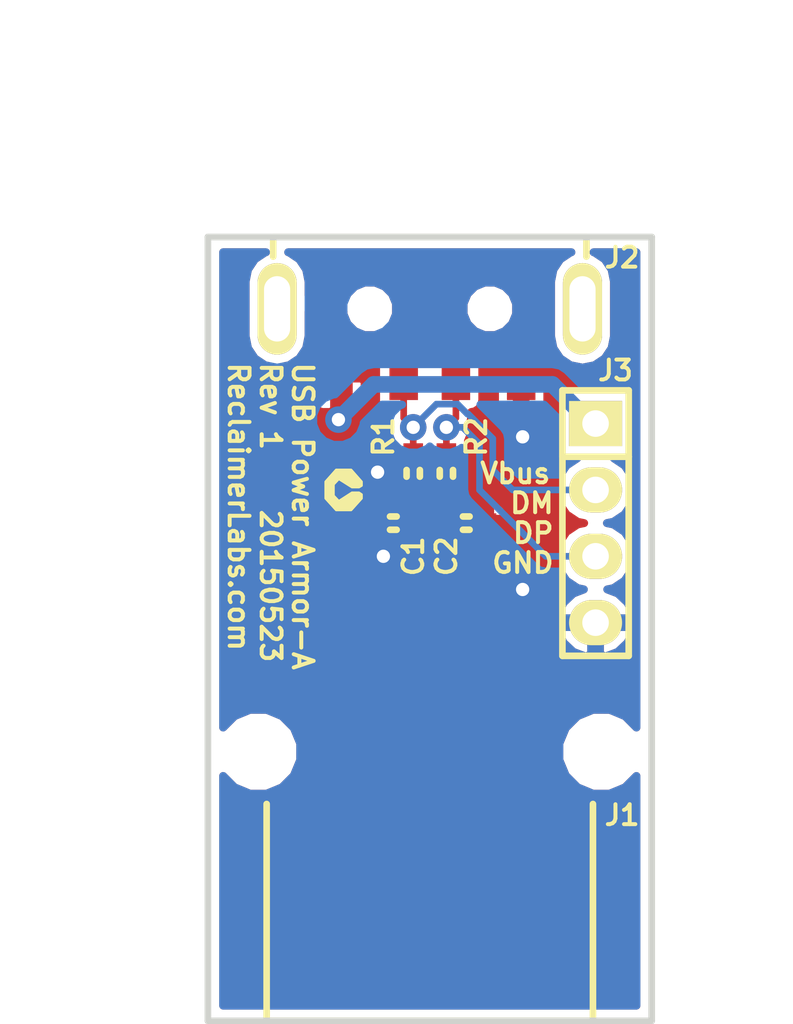
<source format=kicad_pcb>
(kicad_pcb (version 4) (host pcbnew "(after 2015-may-01 BZR unknown)-product")

  (general
    (links 14)
    (no_connects 0)
    (area 83.912999 79.792999 101.167001 110.047001)
    (thickness 1.6)
    (drawings 13)
    (tracks 51)
    (zones 0)
    (modules 8)
    (nets 7)
  )

  (page A4)
  (layers
    (0 F.Cu signal)
    (31 B.Cu signal)
    (32 B.Adhes user)
    (33 F.Adhes user)
    (34 B.Paste user)
    (35 F.Paste user)
    (36 B.SilkS user)
    (37 F.SilkS user)
    (38 B.Mask user)
    (39 F.Mask user)
    (40 Dwgs.User user)
    (41 Cmts.User user)
    (42 Eco1.User user)
    (43 Eco2.User user)
    (44 Edge.Cuts user)
    (45 Margin user)
    (46 B.CrtYd user)
    (47 F.CrtYd user)
    (48 B.Fab user)
    (49 F.Fab user)
  )

  (setup
    (last_trace_width 0.254)
    (trace_clearance 0.254)
    (zone_clearance 0.3048)
    (zone_45_only no)
    (trace_min 0.254)
    (segment_width 0.254)
    (edge_width 0.254)
    (via_size 1.016)
    (via_drill 0.508)
    (via_min_size 0.889)
    (via_min_drill 0.508)
    (uvia_size 0.3)
    (uvia_drill 0.1)
    (uvias_allowed no)
    (uvia_min_size 0.2)
    (uvia_min_drill 0.1)
    (pcb_text_width 0.254)
    (pcb_text_size 1.27 1.27)
    (mod_edge_width 0.254)
    (mod_text_size 0.762 0.762)
    (mod_text_width 0.1524)
    (pad_size 1.5 3.5)
    (pad_drill 1)
    (pad_to_mask_clearance 0.1524)
    (pad_to_paste_clearance -0.15)
    (aux_axis_origin 0 0)
    (visible_elements 7FFEF7FF)
    (pcbplotparams
      (layerselection 0x011f8_80000001)
      (usegerberextensions true)
      (gerberprecision 5)
      (excludeedgelayer true)
      (linewidth 0.254000)
      (plotframeref false)
      (viasonmask false)
      (mode 1)
      (useauxorigin false)
      (hpglpennumber 1)
      (hpglpenspeed 20)
      (hpglpendiameter 15)
      (hpglpenoverlay 2)
      (psnegative false)
      (psa4output false)
      (plotreference true)
      (plotvalue false)
      (plotinvisibletext false)
      (padsonsilk false)
      (subtractmaskfromsilk true)
      (outputformat 1)
      (mirror false)
      (drillshape 0)
      (scaleselection 1)
      (outputdirectory gerber/))
  )

  (net 0 "")
  (net 1 /D-)
  (net 2 /GND)
  (net 3 /D+)
  (net 4 /Vbus)
  (net 5 "Net-(J2-Pad2)")
  (net 6 "Net-(J2-Pad3)")

  (net_class Default "This is the default net class."
    (clearance 0.254)
    (trace_width 0.254)
    (via_dia 1.016)
    (via_drill 0.508)
    (uvia_dia 0.3)
    (uvia_drill 0.1)
    (add_net /D+)
    (add_net /D-)
    (add_net /GND)
    (add_net /Vbus)
    (add_net "Net-(J2-Pad2)")
    (add_net "Net-(J2-Pad3)")
  )

  (module Jason_Libraries:0603_np (layer F.Cu) (tedit 55602C39) (tstamp 55601CFD)
    (at 91.143 90.87 180)
    (descr "Capacitor SMD 0603, reflow soldering, AVX (see smccp.pdf)")
    (tags "capacitor 0603")
    (path /55602330)
    (attr smd)
    (fp_text reference C1 (at -0.762 -1.27 270) (layer F.SilkS)
      (effects (font (size 0.762 0.762) (thickness 0.1524)))
    )
    (fp_text value 1uF (at 0 1.9 180) (layer F.Fab)
      (effects (font (size 1 1) (thickness 0.15)))
    )
    (fp_line (start -0.127 0.254) (end 0.127 0.254) (layer F.SilkS) (width 0.254))
    (fp_line (start -0.127 -0.254) (end 0.127 -0.254) (layer F.SilkS) (width 0.254))
    (pad 1 smd rect (at -0.75 0 180) (size 0.8 0.75) (layers F.Cu F.Paste F.Mask)
      (net 1 /D-))
    (pad 2 smd rect (at 0.75 0 180) (size 0.8 0.75) (layers F.Cu F.Paste F.Mask)
      (net 2 /GND))
    (model Capacitors_SMD.3dshapes/C_0603.wrl
      (at (xyz 0 0 0))
      (scale (xyz 1 1 1))
      (rotate (xyz 0 0 0))
    )
  )

  (module Jason_Libraries:0603_np (layer F.Cu) (tedit 55602BFE) (tstamp 55601D03)
    (at 93.937 90.87)
    (descr "Capacitor SMD 0603, reflow soldering, AVX (see smccp.pdf)")
    (tags "capacitor 0603")
    (path /556023E2)
    (attr smd)
    (fp_text reference C2 (at -0.762 1.27 90) (layer F.SilkS)
      (effects (font (size 0.762 0.762) (thickness 0.1524)))
    )
    (fp_text value 1uF (at 0 1.9) (layer F.Fab)
      (effects (font (size 1 1) (thickness 0.15)))
    )
    (fp_line (start -0.127 0.254) (end 0.127 0.254) (layer F.SilkS) (width 0.254))
    (fp_line (start -0.127 -0.254) (end 0.127 -0.254) (layer F.SilkS) (width 0.254))
    (pad 1 smd rect (at -0.75 0) (size 0.8 0.75) (layers F.Cu F.Paste F.Mask)
      (net 3 /D+))
    (pad 2 smd rect (at 0.75 0) (size 0.8 0.75) (layers F.Cu F.Paste F.Mask)
      (net 2 /GND))
    (model Capacitors_SMD.3dshapes/C_0603.wrl
      (at (xyz 0 0 0))
      (scale (xyz 1 1 1))
      (rotate (xyz 0 0 0))
    )
  )

  (module Jason_Libraries:Pin_Header_Straight_1x04 (layer F.Cu) (tedit 5560264E) (tstamp 55601D0B)
    (at 98.89 87.06)
    (descr "Through hole pin header")
    (tags "pin header")
    (path /55602A26)
    (fp_text reference J3 (at 0.762 -2.032) (layer F.SilkS)
      (effects (font (size 0.762 0.762) (thickness 0.1524)))
    )
    (fp_text value CONN_01X04 (at 0 -3.1) (layer F.Fab)
      (effects (font (size 1 1) (thickness 0.15)))
    )
    (fp_line (start -1.27 -1.27) (end 1.27 -1.27) (layer F.SilkS) (width 0.254))
    (fp_line (start 1.27 -1.27) (end 1.27 1.27) (layer F.SilkS) (width 0.254))
    (fp_line (start 1.27 1.27) (end -1.27 1.27) (layer F.SilkS) (width 0.254))
    (fp_line (start -1.27 1.27) (end -1.27 -1.27) (layer F.SilkS) (width 0.254))
    (fp_line (start -1.27 -1.27) (end -1.27 1.27) (layer F.SilkS) (width 0.254))
    (fp_line (start -1.27 1.27) (end -1.27 8.89) (layer F.SilkS) (width 0.254))
    (fp_line (start -1.27 8.89) (end 1.27 8.89) (layer F.SilkS) (width 0.254))
    (fp_line (start 1.27 8.89) (end 1.27 1.27) (layer F.SilkS) (width 0.254))
    (pad 1 thru_hole rect (at 0 0) (size 2.032 1.7272) (drill 1.016) (layers *.Cu *.Mask F.SilkS)
      (net 4 /Vbus))
    (pad 2 thru_hole oval (at 0 2.54) (size 2.032 1.7272) (drill 1.016) (layers *.Cu *.Mask F.SilkS)
      (net 5 "Net-(J2-Pad2)"))
    (pad 3 thru_hole oval (at 0 5.08) (size 2.032 1.7272) (drill 1.016) (layers *.Cu *.Mask F.SilkS)
      (net 6 "Net-(J2-Pad3)"))
    (pad 4 thru_hole oval (at 0 7.62) (size 2.032 1.7272) (drill 1.016) (layers *.Cu *.Mask F.SilkS)
      (net 2 /GND))
    (model Pin_Headers.3dshapes/Pin_Header_Straight_1x04.wrl
      (at (xyz 0 -0.15 0))
      (scale (xyz 1 1 1))
      (rotate (xyz 0 0 90))
    )
  )

  (module Jason_Libraries:0603_np (layer F.Cu) (tedit 5560263C) (tstamp 55601D11)
    (at 91.905 88.965 270)
    (descr "Capacitor SMD 0603, reflow soldering, AVX (see smccp.pdf)")
    (tags "capacitor 0603")
    (path /55602401)
    (attr smd)
    (fp_text reference R1 (at -1.397 1.143 270) (layer F.SilkS)
      (effects (font (size 0.762 0.762) (thickness 0.1524)))
    )
    (fp_text value 0R (at 0 1.9 270) (layer F.Fab)
      (effects (font (size 1 1) (thickness 0.15)))
    )
    (fp_line (start -0.127 0.254) (end 0.127 0.254) (layer F.SilkS) (width 0.254))
    (fp_line (start -0.127 -0.254) (end 0.127 -0.254) (layer F.SilkS) (width 0.254))
    (pad 1 smd rect (at -0.75 0 270) (size 0.8 0.75) (layers F.Cu F.Paste F.Mask)
      (net 5 "Net-(J2-Pad2)"))
    (pad 2 smd rect (at 0.75 0 270) (size 0.8 0.75) (layers F.Cu F.Paste F.Mask)
      (net 1 /D-))
    (model Capacitors_SMD.3dshapes/C_0603.wrl
      (at (xyz 0 0 0))
      (scale (xyz 1 1 1))
      (rotate (xyz 0 0 0))
    )
  )

  (module Jason_Libraries:0603_np (layer F.Cu) (tedit 55602BF0) (tstamp 55601D17)
    (at 93.175 88.965 270)
    (descr "Capacitor SMD 0603, reflow soldering, AVX (see smccp.pdf)")
    (tags "capacitor 0603")
    (path /5560243F)
    (attr smd)
    (fp_text reference R2 (at -1.397 -1.143 270) (layer F.SilkS)
      (effects (font (size 0.762 0.762) (thickness 0.1524)))
    )
    (fp_text value 0R (at 0 1.9 270) (layer F.Fab)
      (effects (font (size 1 1) (thickness 0.15)))
    )
    (fp_line (start -0.127 0.254) (end 0.127 0.254) (layer F.SilkS) (width 0.254))
    (fp_line (start -0.127 -0.254) (end 0.127 -0.254) (layer F.SilkS) (width 0.254))
    (pad 1 smd rect (at -0.75 0 270) (size 0.8 0.75) (layers F.Cu F.Paste F.Mask)
      (net 6 "Net-(J2-Pad3)"))
    (pad 2 smd rect (at 0.75 0 270) (size 0.8 0.75) (layers F.Cu F.Paste F.Mask)
      (net 3 /D+))
    (model Capacitors_SMD.3dshapes/C_0603.wrl
      (at (xyz 0 0 0))
      (scale (xyz 1 1 1))
      (rotate (xyz 0 0 0))
    )
  )

  (module Jason_Libraries:USB_A_Female_SMD (layer F.Cu) (tedit 5560264A) (tstamp 55601DD1)
    (at 92.54 99.62 180)
    (path /55602176)
    (fp_text reference J1 (at -7.366 -2.426 180) (layer F.SilkS)
      (effects (font (size 0.762 0.762) (thickness 0.1524)))
    )
    (fp_text value USB_A (at 0 6.75 180) (layer F.Fab)
      (effects (font (size 1.016 1.016) (thickness 0.254)))
    )
    (fp_line (start -6.25 -10.3) (end -6.25 -2) (layer F.SilkS) (width 0.254))
    (fp_line (start 6.25 -10.3) (end 6.25 -2) (layer F.SilkS) (width 0.254))
    (fp_line (start -6.25 -10.3) (end 6.25 -10.3) (layer F.SilkS) (width 0.254))
    (pad 4 smd rect (at -3.5 3.9 180) (size 1 2.8) (layers F.Cu F.Paste F.Mask)
      (net 2 /GND))
    (pad 3 smd rect (at -1 3.9 180) (size 1 2.8) (layers F.Cu F.Paste F.Mask)
      (net 3 /D+))
    (pad 2 smd rect (at 1 3.9 180) (size 1 2.8) (layers F.Cu F.Paste F.Mask)
      (net 1 /D-))
    (pad 1 smd rect (at 3.5 3.9 180) (size 1 2.8) (layers F.Cu F.Paste F.Mask)
      (net 4 /Vbus))
    (pad "" np_thru_hole circle (at 6.57 0 180) (size 2.3 2.3) (drill 2.3) (layers *.Cu *.Mask))
    (pad "" np_thru_hole circle (at -6.57 0 180) (size 2.3 2.3) (drill 2.3) (layers *.Cu *.Mask))
  )

  (module Jason_Libraries:USB_A_Male_SMD (layer F.Cu) (tedit 5560264B) (tstamp 55601DE0)
    (at 92.54 82.67)
    (path /556022B0)
    (fp_text reference J2 (at 7.366 -1.96) (layer F.SilkS)
      (effects (font (size 0.762 0.762) (thickness 0.1524)))
    )
    (fp_text value USB_A (at 0 -6.35) (layer F.Fab)
      (effects (font (size 1.016 1.016) (thickness 0.254)))
    )
    (fp_line (start -6 -2.75) (end -6 -2) (layer F.SilkS) (width 0.254))
    (fp_line (start 6 -2.75) (end 6 -2) (layer F.SilkS) (width 0.254))
    (fp_line (start -6 -2.75) (end 6 -2.75) (layer F.SilkS) (width 0.254))
    (pad 1 smd rect (at -3.5 2.5) (size 1.0922 1.9812) (layers F.Cu F.Paste F.Mask)
      (net 4 /Vbus))
    (pad 2 smd rect (at -1 2.5) (size 1.0922 1.9812) (layers F.Cu F.Paste F.Mask)
      (net 5 "Net-(J2-Pad2)"))
    (pad 3 smd rect (at 1 2.5) (size 1.0922 1.9812) (layers F.Cu F.Paste F.Mask)
      (net 6 "Net-(J2-Pad3)"))
    (pad 4 smd rect (at 3.5 2.5) (size 1.0922 1.9812) (layers F.Cu F.Paste F.Mask)
      (net 2 /GND))
    (pad "" np_thru_hole circle (at 2.3 0) (size 1.1 1.1) (drill 1.1) (layers *.Cu *.Mask))
    (pad "" np_thru_hole circle (at -2.3 0) (size 1.1 1.1) (drill 1.1) (layers *.Cu *.Mask))
    (pad "" thru_hole oval (at -5.85 0) (size 1.5 3.5) (drill oval 1 2.5) (layers *.Cu *.Mask F.SilkS))
    (pad "" thru_hole oval (at 5.85 0) (size 1.5 3.5) (drill oval 1 2.5) (layers *.Cu *.Mask F.SilkS))
  )

  (module Jason_Libraries:Reclaimer_Labs_2mm (layer F.Cu) (tedit 55602B22) (tstamp 55602CE9)
    (at 89.238 89.6 270)
    (fp_text reference " " (at 1.27 -7.874 270) (layer F.SilkS) hide
      (effects (font (thickness 0.3)))
    )
    (fp_text value " " (at 0.75 0 270) (layer F.SilkS) hide
      (effects (font (thickness 0.3)))
    )
    (fp_poly (pts (xy 0.765969 0.28326) (xy 0.54395 0.48453) (xy 0.321931 0.6858) (xy 0.004241 0.6858)
      (xy -0.31345 0.6858) (xy -0.539709 0.484526) (xy -0.765969 0.283252) (xy -0.765969 -0.001456)
      (xy -0.765969 -0.286164) (xy -0.539704 -0.485982) (xy -0.313438 -0.6858) (xy -0.240658 -0.685778)
      (xy -0.167878 -0.685757) (xy -0.138708 -0.636833) (xy -0.109537 -0.587909) (xy -0.109537 -0.454832)
      (xy -0.109537 -0.321755) (xy -0.268687 -0.06884) (xy -0.427837 0.184076) (xy -0.420492 0.191147)
      (xy -0.419131 0.192449) (xy -0.41668 0.194781) (xy -0.413206 0.198082) (xy -0.408771 0.202292)
      (xy -0.40344 0.20735) (xy -0.397277 0.213196) (xy -0.390346 0.219767) (xy -0.382712 0.227003)
      (xy -0.374438 0.234844) (xy -0.365589 0.243229) (xy -0.35623 0.252096) (xy -0.346423 0.261385)
      (xy -0.336234 0.271036) (xy -0.325727 0.280986) (xy -0.314966 0.291176) (xy -0.312428 0.293578)
      (xy -0.21171 0.388938) (xy 0.004366 0.388938) (xy 0.220442 0.388938) (xy 0.315664 0.298648)
      (xy 0.326276 0.288586) (xy 0.336713 0.27869) (xy 0.346902 0.269029) (xy 0.356774 0.25967)
      (xy 0.366255 0.250681) (xy 0.375276 0.242129) (xy 0.383766 0.234081) (xy 0.391652 0.226605)
      (xy 0.398864 0.219768) (xy 0.405331 0.213638) (xy 0.410982 0.208283) (xy 0.415745 0.203769)
      (xy 0.419549 0.200164) (xy 0.422323 0.197536) (xy 0.423637 0.196292) (xy 0.436388 0.184225)
      (xy 0.272963 -0.068769) (xy 0.109538 -0.321763) (xy 0.109538 -0.454817) (xy 0.109538 -0.587871)
      (xy 0.143011 -0.636835) (xy 0.176484 -0.6858) (xy 0.249195 -0.6858) (xy 0.321906 -0.6858)
      (xy 0.543938 -0.485975) (xy 0.765969 -0.286151) (xy 0.765969 -0.001446) (xy 0.765969 0.28326)
      (xy 0.765969 0.28326)) (layer F.SilkS) (width 0.1))
  )

  (dimension 30 (width 0.254) (layer Dwgs.User)
    (gr_text "30.000 mm" (at 81.397 94.92 90) (layer Dwgs.User) (tstamp 55603F72)
      (effects (font (size 1.27 1.27) (thickness 0.254)))
    )
    (feature1 (pts (xy 83.54 79.92) (xy 80.254 79.92)))
    (feature2 (pts (xy 83.54 109.92) (xy 80.254 109.92)))
    (crossbar (pts (xy 82.54 109.92) (xy 82.54 79.92)))
    (arrow1a (pts (xy 82.54 79.92) (xy 83.126421 81.046504)))
    (arrow1b (pts (xy 82.54 79.92) (xy 81.953579 81.046504)))
    (arrow2a (pts (xy 82.54 109.92) (xy 83.126421 108.793496)))
    (arrow2b (pts (xy 82.54 109.92) (xy 81.953579 108.793496)))
  )
  (dimension 17 (width 0.254) (layer Dwgs.User)
    (gr_text "17.000 mm" (at 92.54 74.705636) (layer Dwgs.User) (tstamp 55603D75)
      (effects (font (size 1.27 1.27) (thickness 0.254)))
    )
    (feature1 (pts (xy 101.04 72.562637) (xy 101.04 75.848636)))
    (feature2 (pts (xy 84.04 72.562637) (xy 84.04 75.848636)))
    (crossbar (pts (xy 84.04 73.562636) (xy 101.04 73.562636)))
    (arrow1a (pts (xy 101.04 73.562636) (xy 99.913496 74.149057)))
    (arrow1b (pts (xy 101.04 73.562636) (xy 99.913496 72.976215)))
    (arrow2a (pts (xy 84.04 73.562636) (xy 85.166504 74.149057)))
    (arrow2b (pts (xy 84.04 73.562636) (xy 85.166504 72.976215)))
  )
  (dimension 30 (width 0.254) (layer Dwgs.User)
    (gr_text "1.1811 in" (at 104.183 94.92 270) (layer Dwgs.User) (tstamp 55603D7B)
      (effects (font (size 1.27 1.27) (thickness 0.254)))
    )
    (feature1 (pts (xy 101.54 109.92) (xy 105.326 109.92)))
    (feature2 (pts (xy 101.54 79.92) (xy 105.326 79.92)))
    (crossbar (pts (xy 103.04 79.92) (xy 103.04 109.92)))
    (arrow1a (pts (xy 103.04 109.92) (xy 102.453579 108.793496)))
    (arrow1b (pts (xy 103.04 109.92) (xy 103.626421 108.793496)))
    (arrow2a (pts (xy 103.04 79.92) (xy 102.453579 81.046504)))
    (arrow2b (pts (xy 103.04 79.92) (xy 103.626421 81.046504)))
  )
  (dimension 17 (width 0.254) (layer Dwgs.User)
    (gr_text "0.6693 in" (at 92.54 76.777) (layer Dwgs.User) (tstamp 55603D7D)
      (effects (font (size 1.27 1.27) (thickness 0.254)))
    )
    (feature1 (pts (xy 101.04 79.42) (xy 101.04 75.634)))
    (feature2 (pts (xy 84.04 79.42) (xy 84.04 75.634)))
    (crossbar (pts (xy 84.04 77.92) (xy 101.04 77.92)))
    (arrow1a (pts (xy 101.04 77.92) (xy 99.913496 78.506421)))
    (arrow1b (pts (xy 101.04 77.92) (xy 99.913496 77.333579)))
    (arrow2a (pts (xy 84.04 77.92) (xy 85.166504 78.506421)))
    (arrow2b (pts (xy 84.04 77.92) (xy 85.166504 77.333579)))
  )
  (gr_text "USB Power Armor-A\nRev 1    20150523\nReclaimerLabs.com" (at 86.444 84.647 270) (layer F.SilkS)
    (effects (font (size 0.762 0.762) (thickness 0.1524)) (justify left))
  )
  (gr_text GND (at 97.366 92.394) (layer F.SilkS)
    (effects (font (size 0.762 0.762) (thickness 0.1524)) (justify right))
  )
  (gr_text DP (at 97.366 91.251) (layer F.SilkS)
    (effects (font (size 0.762 0.762) (thickness 0.1524)) (justify right))
  )
  (gr_text DM (at 97.366 90.108) (layer F.SilkS)
    (effects (font (size 0.762 0.762) (thickness 0.1524)) (justify right))
  )
  (gr_text Vbus (at 97.239 88.965) (layer F.SilkS)
    (effects (font (size 0.762 0.762) (thickness 0.1524)) (justify right))
  )
  (gr_line (start 84.04 109.92) (end 101.04 109.92) (layer Edge.Cuts) (width 0.254))
  (gr_line (start 84.04 79.92) (end 84.04 109.92) (layer Edge.Cuts) (width 0.254))
  (gr_line (start 101.04 79.92) (end 84.04 79.92) (layer Edge.Cuts) (width 0.254))
  (gr_line (start 101.04 109.92) (end 101.04 79.92) (layer Edge.Cuts) (width 0.254))

  (segment (start 91.893 90.87) (end 91.893 93.713) (width 0.254) (layer F.Cu) (net 1))
  (segment (start 91.893 93.713) (end 91.54 94.066) (width 0.254) (layer F.Cu) (net 1))
  (segment (start 91.54 94.066) (end 91.54 95.72) (width 0.254) (layer F.Cu) (net 1))
  (segment (start 91.893 90.87) (end 91.893 89.727) (width 0.254) (layer F.Cu) (net 1))
  (segment (start 91.893 89.727) (end 91.905 89.715) (width 0.254) (layer F.Cu) (net 1))
  (via (at 96.096 93.41) (size 1.016) (drill 0.508) (layers F.Cu B.Cu) (net 2))
  (segment (start 90.393 90.87) (end 90.393 91.771) (width 0.635) (layer F.Cu) (net 2))
  (segment (start 90.393 91.771) (end 90.762 92.14) (width 0.635) (layer F.Cu) (net 2))
  (via (at 90.762 92.14) (size 1.016) (drill 0.508) (layers F.Cu B.Cu) (net 2))
  (segment (start 90.393 90.87) (end 90.393 89.067) (width 0.635) (layer F.Cu) (net 2))
  (segment (start 90.393 89.067) (end 90.54 88.92) (width 0.635) (layer F.Cu) (net 2))
  (via (at 90.54 88.92) (size 1.016) (drill 0.508) (layers F.Cu B.Cu) (net 2))
  (segment (start 96.04 95.72) (end 96.04 93.466) (width 0.254) (layer F.Cu) (net 2))
  (segment (start 96.04 93.466) (end 96.096 93.41) (width 0.254) (layer F.Cu) (net 2))
  (segment (start 96.04 85.595) (end 96.04 87.512) (width 0.254) (layer F.Cu) (net 2))
  (segment (start 96.04 87.512) (end 96.096 87.568) (width 0.254) (layer F.Cu) (net 2))
  (via (at 96.096 87.568) (size 1.016) (drill 0.508) (layers F.Cu B.Cu) (net 2))
  (segment (start 93.187 90.87) (end 93.187 89.727) (width 0.254) (layer F.Cu) (net 3))
  (segment (start 93.187 89.727) (end 93.175 89.715) (width 0.254) (layer F.Cu) (net 3))
  (segment (start 93.187 90.87) (end 93.187 93.713) (width 0.254) (layer F.Cu) (net 3))
  (segment (start 93.187 93.713) (end 93.54 94.066) (width 0.254) (layer F.Cu) (net 3))
  (segment (start 93.54 94.066) (end 93.54 95.72) (width 0.254) (layer F.Cu) (net 3))
  (segment (start 89.04 95.72) (end 89.04 86.909631) (width 0.254) (layer F.Cu) (net 4))
  (segment (start 89.04 86.909631) (end 89.04 85.595) (width 0.254) (layer F.Cu) (net 4))
  (segment (start 98.89 87.06) (end 98.7376 87.06) (width 0.635) (layer B.Cu) (net 4))
  (segment (start 98.7376 87.06) (end 97.239 85.5614) (width 0.635) (layer B.Cu) (net 4))
  (segment (start 97.239 85.5614) (end 90.388231 85.5614) (width 0.635) (layer B.Cu) (net 4))
  (segment (start 90.388231 85.5614) (end 89.04 86.909631) (width 0.635) (layer B.Cu) (net 4))
  (via (at 89.04 86.909631) (size 1.016) (drill 0.508) (layers F.Cu B.Cu) (net 4))
  (segment (start 91.905 87.2046) (end 92.794001 86.315599) (width 0.254) (layer B.Cu) (net 5))
  (segment (start 94.95301 87.636976) (end 94.95301 88.83801) (width 0.254) (layer B.Cu) (net 5))
  (segment (start 92.794001 86.315599) (end 93.601721 86.315599) (width 0.254) (layer B.Cu) (net 5))
  (segment (start 95.715 89.6) (end 98.89 89.6) (width 0.254) (layer B.Cu) (net 5))
  (segment (start 93.601721 86.315599) (end 93.982713 86.696591) (width 0.254) (layer B.Cu) (net 5))
  (segment (start 93.982713 86.696591) (end 94.012625 86.696591) (width 0.254) (layer B.Cu) (net 5))
  (segment (start 94.012625 86.696591) (end 94.95301 87.636976) (width 0.254) (layer B.Cu) (net 5))
  (segment (start 94.95301 88.83801) (end 95.715 89.6) (width 0.254) (layer B.Cu) (net 5))
  (via (at 91.905 87.2046) (size 1.016) (drill 0.508) (layers F.Cu B.Cu) (net 5))
  (segment (start 91.905 88.215) (end 91.905 87.492538) (width 0.254) (layer F.Cu) (net 5))
  (segment (start 91.54 85.595) (end 91.54 86.8396) (width 0.254) (layer F.Cu) (net 5))
  (segment (start 91.54 86.8396) (end 91.905 87.2046) (width 0.254) (layer F.Cu) (net 5))
  (segment (start 91.905 87.2046) (end 91.905 87.492538) (width 0.254) (layer F.Cu) (net 5))
  (segment (start 98.89 92.14) (end 96.985 92.14) (width 0.254) (layer B.Cu) (net 6))
  (segment (start 96.985 92.14) (end 94.445 89.6) (width 0.254) (layer B.Cu) (net 6))
  (segment (start 94.445 89.6) (end 94.445 87.8474) (width 0.254) (layer B.Cu) (net 6))
  (segment (start 94.445 87.8474) (end 93.8022 87.2046) (width 0.254) (layer B.Cu) (net 6))
  (segment (start 93.8022 87.2046) (end 93.175 87.2046) (width 0.254) (layer B.Cu) (net 6))
  (via (at 93.175 87.2046) (size 1.016) (drill 0.508) (layers F.Cu B.Cu) (net 6))
  (segment (start 93.54 85.595) (end 93.54 86.8396) (width 0.254) (layer F.Cu) (net 6))
  (segment (start 93.54 86.8396) (end 93.175 87.2046) (width 0.254) (layer F.Cu) (net 6))
  (segment (start 93.175 87.2046) (end 93.175 88.215) (width 0.254) (layer F.Cu) (net 6))

  (zone (net 4) (net_name /Vbus) (layer F.Cu) (tstamp 0) (hatch edge 0.508)
    (priority 1)
    (connect_pads (clearance 0.3048))
    (min_thickness 0.3048)
    (fill yes (arc_segments 16) (thermal_gap 0.3048) (thermal_bridge_width 0.635))
    (polygon
      (pts
        (xy 90 98.49) (xy 90.635 97.855) (xy 90.635 93.41) (xy 89.365 92.14) (xy 89.365 88.33)
        (xy 90.635 87.06) (xy 90.635 82.615) (xy 86.825 82.615) (xy 86.825 87.06) (xy 86.19 87.695)
        (xy 86.19 92.775) (xy 87.46 94.045) (xy 87.46 97.855) (xy 88.095 98.49)
      )
    )
    (filled_polygon
      (pts
        (xy 90.4826 97.791874) (xy 89.9972 98.277274) (xy 89.9972 97.210942) (xy 89.9972 97.029057) (xy 89.9972 95.9994)
        (xy 89.9972 95.4406) (xy 89.9972 94.410943) (xy 89.9972 94.229058) (xy 89.927596 94.061017) (xy 89.798983 93.932405)
        (xy 89.630943 93.8628) (xy 89.3194 93.8628) (xy 89.2051 93.9771) (xy 89.2051 95.5549) (xy 89.8829 95.5549)
        (xy 89.9972 95.4406) (xy 89.9972 95.9994) (xy 89.8829 95.8851) (xy 89.2051 95.8851) (xy 89.2051 97.4629)
        (xy 89.3194 97.5772) (xy 89.630943 97.5772) (xy 89.798983 97.507595) (xy 89.927596 97.378983) (xy 89.9972 97.210942)
        (xy 89.9972 98.277274) (xy 89.936874 98.3376) (xy 88.8749 98.3376) (xy 88.8749 97.4629) (xy 88.8749 95.8851)
        (xy 88.8749 95.5549) (xy 88.8749 93.9771) (xy 88.8749 86.5035) (xy 88.8749 85.3351) (xy 88.8749 85.0049)
        (xy 88.8749 83.8365) (xy 88.7606 83.7222) (xy 88.402957 83.7222) (xy 88.234917 83.791805) (xy 88.106304 83.920417)
        (xy 88.0367 84.088458) (xy 88.0367 84.270343) (xy 88.0367 84.8906) (xy 88.151 85.0049) (xy 88.8749 85.0049)
        (xy 88.8749 85.3351) (xy 88.151 85.3351) (xy 88.0367 85.4494) (xy 88.0367 86.069657) (xy 88.0367 86.251542)
        (xy 88.106304 86.419583) (xy 88.234917 86.548195) (xy 88.402957 86.6178) (xy 88.7606 86.6178) (xy 88.8749 86.5035)
        (xy 88.8749 93.9771) (xy 88.7606 93.8628) (xy 88.449057 93.8628) (xy 88.281017 93.932405) (xy 88.152404 94.061017)
        (xy 88.0828 94.229058) (xy 88.0828 94.410943) (xy 88.0828 95.4406) (xy 88.1971 95.5549) (xy 88.8749 95.5549)
        (xy 88.8749 95.8851) (xy 88.1971 95.8851) (xy 88.0828 95.9994) (xy 88.0828 97.029057) (xy 88.0828 97.210942)
        (xy 88.152404 97.378983) (xy 88.281017 97.507595) (xy 88.449057 97.5772) (xy 88.7606 97.5772) (xy 88.8749 97.4629)
        (xy 88.8749 98.3376) (xy 88.158126 98.3376) (xy 87.6124 97.791874) (xy 87.6124 93.981874) (xy 86.3424 92.711874)
        (xy 86.3424 87.758126) (xy 86.9774 87.123126) (xy 86.9774 84.863274) (xy 87.151975 84.828549) (xy 87.543619 84.566861)
        (xy 87.805307 84.175217) (xy 87.8972 83.713242) (xy 87.8972 82.7674) (xy 89.232714 82.7674) (xy 89.232626 82.869465)
        (xy 89.38564 83.239787) (xy 89.668722 83.523365) (xy 90.038777 83.677025) (xy 90.439465 83.677374) (xy 90.4826 83.65955)
        (xy 90.4826 86.996874) (xy 90.0433 87.436174) (xy 90.0433 86.251542) (xy 90.0433 86.069657) (xy 90.0433 85.4494)
        (xy 90.0433 84.8906) (xy 90.0433 84.270343) (xy 90.0433 84.088458) (xy 89.973696 83.920417) (xy 89.845083 83.791805)
        (xy 89.677043 83.7222) (xy 89.3194 83.7222) (xy 89.2051 83.8365) (xy 89.2051 85.0049) (xy 89.929 85.0049)
        (xy 90.0433 84.8906) (xy 90.0433 85.4494) (xy 89.929 85.3351) (xy 89.2051 85.3351) (xy 89.2051 86.5035)
        (xy 89.3194 86.6178) (xy 89.677043 86.6178) (xy 89.845083 86.548195) (xy 89.973696 86.419583) (xy 90.0433 86.251542)
        (xy 90.0433 87.436174) (xy 89.2126 88.266874) (xy 89.2126 92.203126) (xy 90.4826 93.473126) (xy 90.4826 97.791874)
      )
    )
  )
  (zone (net 2) (net_name /GND) (layer F.Cu) (tstamp 0) (hatch edge 0.508)
    (connect_pads (clearance 0.3048))
    (min_thickness 0.3048)
    (fill yes (arc_segments 16) (thermal_gap 0.3048) (thermal_bridge_width 0.635))
    (polygon
      (pts
        (xy 84.04 109.92) (xy 101.04 109.92) (xy 101.04 79.92) (xy 84.04 79.92)
      )
    )
    (filled_polygon
      (pts
        (xy 91.3088 93.471016) (xy 91.126908 93.652908) (xy 91.0922 93.704852) (xy 91.0922 93.220622) (xy 89.8222 91.950622)
        (xy 89.8222 91.669122) (xy 89.902057 91.7022) (xy 90.1136 91.7022) (xy 90.2279 91.5879) (xy 90.2279 91.0351)
        (xy 90.2079 91.0351) (xy 90.2079 90.7049) (xy 90.2279 90.7049) (xy 90.2279 90.1521) (xy 90.1136 90.0378)
        (xy 89.902057 90.0378) (xy 89.8222 90.070878) (xy 89.8222 88.519378) (xy 90.941444 87.400133) (xy 91.079861 87.735126)
        (xy 91.063843 87.815) (xy 91.063843 88.615) (xy 91.097667 88.789329) (xy 91.198315 88.942548) (xy 91.230963 88.964585)
        (xy 91.202452 88.983315) (xy 91.099889 89.135259) (xy 91.063843 89.315) (xy 91.063843 90.115) (xy 91.064869 90.120291)
        (xy 91.051983 90.107405) (xy 90.883943 90.0378) (xy 90.6724 90.0378) (xy 90.5581 90.1521) (xy 90.5581 90.7049)
        (xy 90.5781 90.7049) (xy 90.5781 91.0351) (xy 90.5581 91.0351) (xy 90.5581 91.5879) (xy 90.6724 91.7022)
        (xy 90.883943 91.7022) (xy 91.051983 91.632595) (xy 91.141775 91.542802) (xy 91.161315 91.572548) (xy 91.3088 91.672101)
        (xy 91.3088 93.471016)
      )
    )
    (filled_polygon
      (pts
        (xy 100.4558 109.3358) (xy 97.0433 109.3358) (xy 97.0433 86.251542) (xy 97.0433 86.069657) (xy 97.0433 85.4494)
        (xy 97.0433 84.8906) (xy 97.0433 84.270343) (xy 97.0433 84.088458) (xy 96.973696 83.920417) (xy 96.845083 83.791805)
        (xy 96.677043 83.7222) (xy 96.3194 83.7222) (xy 96.2051 83.8365) (xy 96.2051 85.0049) (xy 96.929 85.0049)
        (xy 97.0433 84.8906) (xy 97.0433 85.4494) (xy 96.929 85.3351) (xy 96.2051 85.3351) (xy 96.2051 86.5035)
        (xy 96.3194 86.6178) (xy 96.677043 86.6178) (xy 96.845083 86.548195) (xy 96.973696 86.419583) (xy 97.0433 86.251542)
        (xy 97.0433 109.3358) (xy 96.9972 109.3358) (xy 96.9972 97.210942) (xy 96.9972 97.029057) (xy 96.9972 95.9994)
        (xy 96.9972 95.4406) (xy 96.9972 94.410943) (xy 96.9972 94.229058) (xy 96.927596 94.061017) (xy 96.798983 93.932405)
        (xy 96.630943 93.8628) (xy 96.3194 93.8628) (xy 96.2051 93.9771) (xy 96.2051 95.5549) (xy 96.8829 95.5549)
        (xy 96.9972 95.4406) (xy 96.9972 95.9994) (xy 96.8829 95.8851) (xy 96.2051 95.8851) (xy 96.2051 97.4629)
        (xy 96.3194 97.5772) (xy 96.630943 97.5772) (xy 96.798983 97.507595) (xy 96.927596 97.378983) (xy 96.9972 97.210942)
        (xy 96.9972 109.3358) (xy 95.8749 109.3358) (xy 95.8749 97.4629) (xy 95.8749 95.8851) (xy 95.8749 95.5549)
        (xy 95.8749 93.9771) (xy 95.8749 86.5035) (xy 95.8749 85.3351) (xy 95.8749 85.0049) (xy 95.8749 83.8365)
        (xy 95.847374 83.808974) (xy 95.847374 82.470535) (xy 95.69436 82.100213) (xy 95.411278 81.816635) (xy 95.041223 81.662975)
        (xy 94.640535 81.662626) (xy 94.270213 81.81564) (xy 93.986635 82.098722) (xy 93.832975 82.468777) (xy 93.832626 82.869465)
        (xy 93.98564 83.239787) (xy 94.268722 83.523365) (xy 94.638777 83.677025) (xy 95.039465 83.677374) (xy 95.409787 83.52436)
        (xy 95.693365 83.241278) (xy 95.847025 82.871223) (xy 95.847374 82.470535) (xy 95.847374 83.808974) (xy 95.7606 83.7222)
        (xy 95.402957 83.7222) (xy 95.234917 83.791805) (xy 95.106304 83.920417) (xy 95.0367 84.088458) (xy 95.0367 84.270343)
        (xy 95.0367 84.8906) (xy 95.151 85.0049) (xy 95.8749 85.0049) (xy 95.8749 85.3351) (xy 95.151 85.3351)
        (xy 95.0367 85.4494) (xy 95.0367 86.069657) (xy 95.0367 86.251542) (xy 95.106304 86.419583) (xy 95.234917 86.548195)
        (xy 95.402957 86.6178) (xy 95.7606 86.6178) (xy 95.8749 86.5035) (xy 95.8749 93.9771) (xy 95.7606 93.8628)
        (xy 95.5442 93.8628) (xy 95.5442 91.335942) (xy 95.5442 91.154057) (xy 95.5442 91.1494) (xy 95.5442 90.5906)
        (xy 95.5442 90.585943) (xy 95.5442 90.404058) (xy 95.474596 90.236017) (xy 95.345983 90.107405) (xy 95.177943 90.0378)
        (xy 94.9664 90.0378) (xy 94.8521 90.1521) (xy 94.8521 90.7049) (xy 95.4299 90.7049) (xy 95.5442 90.5906)
        (xy 95.5442 91.1494) (xy 95.4299 91.0351) (xy 94.8521 91.0351) (xy 94.8521 91.5879) (xy 94.9664 91.7022)
        (xy 95.177943 91.7022) (xy 95.345983 91.632595) (xy 95.474596 91.503983) (xy 95.5442 91.335942) (xy 95.5442 93.8628)
        (xy 95.449057 93.8628) (xy 95.281017 93.932405) (xy 95.152404 94.061017) (xy 95.0828 94.229058) (xy 95.0828 94.410943)
        (xy 95.0828 95.4406) (xy 95.1971 95.5549) (xy 95.8749 95.5549) (xy 95.8749 95.8851) (xy 95.1971 95.8851)
        (xy 95.0828 95.9994) (xy 95.0828 97.029057) (xy 95.0828 97.210942) (xy 95.152404 97.378983) (xy 95.281017 97.507595)
        (xy 95.449057 97.5772) (xy 95.7606 97.5772) (xy 95.8749 97.4629) (xy 95.8749 109.3358) (xy 84.6242 109.3358)
        (xy 84.6242 100.546759) (xy 85.058406 100.981723) (xy 85.648906 101.22692) (xy 86.288289 101.227478) (xy 86.879216 100.983312)
        (xy 87.331723 100.531594) (xy 87.57692 99.941094) (xy 87.577478 99.301711) (xy 87.333312 98.710784) (xy 86.881594 98.258277)
        (xy 86.291094 98.01308) (xy 85.651711 98.012522) (xy 85.060784 98.256688) (xy 84.6242 98.69251) (xy 84.6242 80.5042)
        (xy 86.264478 80.5042) (xy 86.228025 80.511451) (xy 85.836381 80.773139) (xy 85.574693 81.164783) (xy 85.4828 81.626758)
        (xy 85.4828 83.713242) (xy 85.574693 84.175217) (xy 85.836381 84.566861) (xy 86.228025 84.828549) (xy 86.3678 84.856352)
        (xy 86.3678 86.870622) (xy 85.7328 87.505622) (xy 85.7328 92.964378) (xy 87.0028 94.234378) (xy 87.0028 98.044378)
        (xy 87.905622 98.9472) (xy 90.189378 98.9472) (xy 91.0922 98.044378) (xy 91.0922 97.586157) (xy 92.04 97.586157)
        (xy 92.214329 97.552333) (xy 92.367548 97.451685) (xy 92.470111 97.299741) (xy 92.506157 97.12) (xy 92.506157 94.32)
        (xy 92.472333 94.145671) (xy 92.383435 94.010339) (xy 92.43273 93.936564) (xy 92.43273 93.936563) (xy 92.4772 93.713)
        (xy 92.4772 91.670848) (xy 92.539913 91.629652) (xy 92.6028 91.672101) (xy 92.6028 93.713) (xy 92.64727 93.936564)
        (xy 92.697072 94.011098) (xy 92.697072 94.011099) (xy 92.609889 94.140259) (xy 92.573843 94.32) (xy 92.573843 97.12)
        (xy 92.607667 97.294329) (xy 92.708315 97.447548) (xy 92.860259 97.550111) (xy 93.04 97.586157) (xy 94.04 97.586157)
        (xy 94.214329 97.552333) (xy 94.367548 97.451685) (xy 94.470111 97.299741) (xy 94.506157 97.12) (xy 94.506157 94.32)
        (xy 94.472333 94.145671) (xy 94.371685 93.992452) (xy 94.219741 93.889889) (xy 94.083744 93.862615) (xy 94.083743 93.862615)
        (xy 94.07973 93.842437) (xy 94.07973 93.842436) (xy 93.953092 93.652908) (xy 93.7712 93.471016) (xy 93.7712 91.670848)
        (xy 93.914548 91.576685) (xy 93.937743 91.542321) (xy 94.028017 91.632595) (xy 94.196057 91.7022) (xy 94.4076 91.7022)
        (xy 94.5219 91.5879) (xy 94.5219 91.0351) (xy 94.5019 91.0351) (xy 94.5019 90.7049) (xy 94.5219 90.7049)
        (xy 94.5219 90.1521) (xy 94.4076 90.0378) (xy 94.196057 90.0378) (xy 94.028017 90.107405) (xy 94.015087 90.120334)
        (xy 94.016157 90.115) (xy 94.016157 89.315) (xy 93.982333 89.140671) (xy 93.881685 88.987452) (xy 93.849036 88.965414)
        (xy 93.877548 88.946685) (xy 93.980111 88.794741) (xy 94.016157 88.615) (xy 94.016157 87.815) (xy 94.000388 87.733729)
        (xy 94.140032 87.397432) (xy 94.140367 87.013452) (xy 94.10611 86.930543) (xy 94.1242 86.8396) (xy 94.1242 86.619364)
        (xy 94.260429 86.592933) (xy 94.413648 86.492285) (xy 94.516211 86.340341) (xy 94.552257 86.1606) (xy 94.552257 84.1794)
        (xy 94.518433 84.005071) (xy 94.417785 83.851852) (xy 94.265841 83.749289) (xy 94.0861 83.713243) (xy 92.9939 83.713243)
        (xy 92.819571 83.747067) (xy 92.666352 83.847715) (xy 92.563789 83.999659) (xy 92.540202 84.117271) (xy 92.518433 84.005071)
        (xy 92.417785 83.851852) (xy 92.265841 83.749289) (xy 92.0861 83.713243) (xy 91.0922 83.713243) (xy 91.0922 83.24244)
        (xy 91.093365 83.241278) (xy 91.247025 82.871223) (xy 91.247374 82.470535) (xy 91.09436 82.100213) (xy 90.811278 81.816635)
        (xy 90.441223 81.662975) (xy 90.040535 81.662626) (xy 89.670213 81.81564) (xy 89.386635 82.098722) (xy 89.362103 82.1578)
        (xy 87.8972 82.1578) (xy 87.8972 81.626758) (xy 87.805307 81.164783) (xy 87.543619 80.773139) (xy 87.151975 80.511451)
        (xy 87.115521 80.5042) (xy 97.964478 80.5042) (xy 97.928025 80.511451) (xy 97.536381 80.773139) (xy 97.274693 81.164783)
        (xy 97.1828 81.626758) (xy 97.1828 83.713242) (xy 97.274693 84.175217) (xy 97.536381 84.566861) (xy 97.928025 84.828549)
        (xy 98.39 84.920442) (xy 98.851975 84.828549) (xy 99.243619 84.566861) (xy 99.505307 84.175217) (xy 99.5972 83.713242)
        (xy 99.5972 81.626758) (xy 99.505307 81.164783) (xy 99.243619 80.773139) (xy 98.851975 80.511451) (xy 98.815521 80.5042)
        (xy 100.4558 80.5042) (xy 100.4558 98.693242) (xy 100.392062 98.629393) (xy 100.392062 92.14) (xy 100.291522 91.634552)
        (xy 100.005209 91.206053) (xy 99.57671 90.91974) (xy 99.32665 90.87) (xy 99.57671 90.82026) (xy 100.005209 90.533947)
        (xy 100.291522 90.105448) (xy 100.392062 89.6) (xy 100.291522 89.094552) (xy 100.005209 88.666053) (xy 99.591701 88.389757)
        (xy 99.906 88.389757) (xy 100.080329 88.355933) (xy 100.233548 88.255285) (xy 100.336111 88.103341) (xy 100.372157 87.9236)
        (xy 100.372157 86.1964) (xy 100.338333 86.022071) (xy 100.237685 85.868852) (xy 100.085741 85.766289) (xy 99.906 85.730243)
        (xy 97.874 85.730243) (xy 97.699671 85.764067) (xy 97.546452 85.864715) (xy 97.443889 86.016659) (xy 97.407843 86.1964)
        (xy 97.407843 87.9236) (xy 97.441667 88.097929) (xy 97.542315 88.251148) (xy 97.694259 88.353711) (xy 97.874 88.389757)
        (xy 98.188298 88.389757) (xy 97.774791 88.666053) (xy 97.488478 89.094552) (xy 97.387938 89.6) (xy 97.488478 90.105448)
        (xy 97.774791 90.533947) (xy 98.20329 90.82026) (xy 98.453349 90.87) (xy 98.20329 90.91974) (xy 97.774791 91.206053)
        (xy 97.488478 91.634552) (xy 97.387938 92.14) (xy 97.488478 92.645448) (xy 97.774791 93.073947) (xy 98.20329 93.36026)
        (xy 98.441263 93.407595) (xy 98.03707 93.561144) (xy 97.662227 93.914393) (xy 97.46912 94.311935) (xy 97.54245 94.5149)
        (xy 98.7249 94.5149) (xy 98.7249 94.4949) (xy 99.0551 94.4949) (xy 99.0551 94.5149) (xy 100.23755 94.5149)
        (xy 100.31088 94.311935) (xy 100.117773 93.914393) (xy 99.74293 93.561144) (xy 99.338736 93.407595) (xy 99.57671 93.36026)
        (xy 100.005209 93.073947) (xy 100.291522 92.645448) (xy 100.392062 92.14) (xy 100.392062 98.629393) (xy 100.31088 98.548069)
        (xy 100.31088 95.048065) (xy 100.23755 94.8451) (xy 99.0551 94.8451) (xy 99.0551 95.885707) (xy 99.261438 95.981769)
        (xy 99.74293 95.798856) (xy 100.117773 95.445607) (xy 100.31088 95.048065) (xy 100.31088 98.548069) (xy 100.021594 98.258277)
        (xy 99.431094 98.01308) (xy 98.791711 98.012522) (xy 98.7249 98.040128) (xy 98.7249 95.885707) (xy 98.7249 94.8451)
        (xy 97.54245 94.8451) (xy 97.46912 95.048065) (xy 97.662227 95.445607) (xy 98.03707 95.798856) (xy 98.518562 95.981769)
        (xy 98.7249 95.885707) (xy 98.7249 98.040128) (xy 98.200784 98.256688) (xy 97.748277 98.708406) (xy 97.50308 99.298906)
        (xy 97.502522 99.938289) (xy 97.746688 100.529216) (xy 98.198406 100.981723) (xy 98.788906 101.22692) (xy 99.428289 101.227478)
        (xy 100.019216 100.983312) (xy 100.4558 100.547489) (xy 100.4558 109.3358)
      )
    )
  )
  (zone (net 2) (net_name /GND) (layer B.Cu) (tstamp 0) (hatch edge 0.508)
    (connect_pads (clearance 0.3048))
    (min_thickness 0.3048)
    (fill yes (arc_segments 16) (thermal_gap 0.3048) (thermal_bridge_width 0.635))
    (polygon
      (pts
        (xy 101.04 109.92) (xy 101.04 79.92) (xy 84.04 79.92) (xy 84.04 109.92)
      )
    )
    (filled_polygon
      (pts
        (xy 98.188298 88.389757) (xy 97.774791 88.666053) (xy 97.541098 89.0158) (xy 95.956983 89.0158) (xy 95.53721 88.596027)
        (xy 95.53721 87.636976) (xy 95.49274 87.413413) (xy 95.49274 87.413412) (xy 95.366102 87.223884) (xy 94.478317 86.3361)
        (xy 96.918108 86.3361) (xy 97.407843 86.825835) (xy 97.407843 87.9236) (xy 97.441667 88.097929) (xy 97.542315 88.251148)
        (xy 97.694259 88.353711) (xy 97.874 88.389757) (xy 98.188298 88.389757)
      )
    )
    (filled_polygon
      (pts
        (xy 100.4558 109.3358) (xy 84.6242 109.3358) (xy 84.6242 100.546759) (xy 85.058406 100.981723) (xy 85.648906 101.22692)
        (xy 86.288289 101.227478) (xy 86.879216 100.983312) (xy 87.331723 100.531594) (xy 87.57692 99.941094) (xy 87.577478 99.301711)
        (xy 87.333312 98.710784) (xy 86.881594 98.258277) (xy 86.291094 98.01308) (xy 85.651711 98.012522) (xy 85.060784 98.256688)
        (xy 84.6242 98.69251) (xy 84.6242 80.5042) (xy 86.264478 80.5042) (xy 86.228025 80.511451) (xy 85.836381 80.773139)
        (xy 85.574693 81.164783) (xy 85.4828 81.626758) (xy 85.4828 83.713242) (xy 85.574693 84.175217) (xy 85.836381 84.566861)
        (xy 86.228025 84.828549) (xy 86.69 84.920442) (xy 87.151975 84.828549) (xy 87.543619 84.566861) (xy 87.805307 84.175217)
        (xy 87.8972 83.713242) (xy 87.8972 81.626758) (xy 87.805307 81.164783) (xy 87.543619 80.773139) (xy 87.151975 80.511451)
        (xy 87.115521 80.5042) (xy 97.964478 80.5042) (xy 97.928025 80.511451) (xy 97.536381 80.773139) (xy 97.274693 81.164783)
        (xy 97.1828 81.626758) (xy 97.1828 83.713242) (xy 97.274693 84.175217) (xy 97.536381 84.566861) (xy 97.928025 84.828549)
        (xy 98.39 84.920442) (xy 98.851975 84.828549) (xy 99.243619 84.566861) (xy 99.505307 84.175217) (xy 99.5972 83.713242)
        (xy 99.5972 81.626758) (xy 99.505307 81.164783) (xy 99.243619 80.773139) (xy 98.851975 80.511451) (xy 98.815521 80.5042)
        (xy 100.4558 80.5042) (xy 100.4558 98.693242) (xy 100.392062 98.629393) (xy 100.392062 92.14) (xy 100.291522 91.634552)
        (xy 100.005209 91.206053) (xy 99.57671 90.91974) (xy 99.32665 90.87) (xy 99.57671 90.82026) (xy 100.005209 90.533947)
        (xy 100.291522 90.105448) (xy 100.392062 89.6) (xy 100.291522 89.094552) (xy 100.005209 88.666053) (xy 99.591701 88.389757)
        (xy 99.906 88.389757) (xy 100.080329 88.355933) (xy 100.233548 88.255285) (xy 100.336111 88.103341) (xy 100.372157 87.9236)
        (xy 100.372157 86.1964) (xy 100.338333 86.022071) (xy 100.237685 85.868852) (xy 100.085741 85.766289) (xy 99.906 85.730243)
        (xy 98.503434 85.730243) (xy 97.786796 85.013604) (xy 97.535465 84.845671) (xy 97.486277 84.835886) (xy 97.239 84.786699)
        (xy 97.238994 84.7867) (xy 95.847374 84.7867) (xy 95.847374 82.470535) (xy 95.69436 82.100213) (xy 95.411278 81.816635)
        (xy 95.041223 81.662975) (xy 94.640535 81.662626) (xy 94.270213 81.81564) (xy 93.986635 82.098722) (xy 93.832975 82.468777)
        (xy 93.832626 82.869465) (xy 93.98564 83.239787) (xy 94.268722 83.523365) (xy 94.638777 83.677025) (xy 95.039465 83.677374)
        (xy 95.409787 83.52436) (xy 95.693365 83.241278) (xy 95.847025 82.871223) (xy 95.847374 82.470535) (xy 95.847374 84.7867)
        (xy 91.247374 84.7867) (xy 91.247374 82.470535) (xy 91.09436 82.100213) (xy 90.811278 81.816635) (xy 90.441223 81.662975)
        (xy 90.040535 81.662626) (xy 89.670213 81.81564) (xy 89.386635 82.098722) (xy 89.232975 82.468777) (xy 89.232626 82.869465)
        (xy 89.38564 83.239787) (xy 89.668722 83.523365) (xy 90.038777 83.677025) (xy 90.439465 83.677374) (xy 90.809787 83.52436)
        (xy 91.093365 83.241278) (xy 91.247025 82.871223) (xy 91.247374 82.470535) (xy 91.247374 84.7867) (xy 90.388236 84.7867)
        (xy 90.388231 84.786699) (xy 90.091767 84.84567) (xy 90.008369 84.901394) (xy 89.840435 85.013604) (xy 89.840432 85.013607)
        (xy 88.909722 85.944317) (xy 88.848852 85.944264) (xy 88.493973 86.090897) (xy 88.222221 86.362175) (xy 88.074968 86.716799)
        (xy 88.074633 87.100779) (xy 88.221266 87.455658) (xy 88.492544 87.72741) (xy 88.847168 87.874663) (xy 89.231148 87.874998)
        (xy 89.586027 87.728365) (xy 89.857779 87.457087) (xy 90.005032 87.102463) (xy 90.005086 87.040136) (xy 90.709122 86.3361)
        (xy 91.479415 86.3361) (xy 91.358973 86.385866) (xy 91.087221 86.657144) (xy 90.939968 87.011768) (xy 90.939633 87.395748)
        (xy 91.086266 87.750627) (xy 91.357544 88.022379) (xy 91.712168 88.169632) (xy 92.096148 88.169967) (xy 92.451027 88.023334)
        (xy 92.539917 87.934598) (xy 92.627544 88.022379) (xy 92.982168 88.169632) (xy 93.366148 88.169967) (xy 93.721027 88.023334)
        (xy 93.75792 87.986504) (xy 93.8608 88.089384) (xy 93.8608 89.6) (xy 93.90527 89.823564) (xy 94.031908 90.013092)
        (xy 96.571905 92.553088) (xy 96.571908 92.553092) (xy 96.761436 92.67973) (xy 96.761437 92.67973) (xy 96.985 92.7242)
        (xy 97.541098 92.7242) (xy 97.774791 93.073947) (xy 98.20329 93.36026) (xy 98.441263 93.407595) (xy 98.03707 93.561144)
        (xy 97.662227 93.914393) (xy 97.46912 94.311935) (xy 97.54245 94.5149) (xy 98.7249 94.5149) (xy 98.7249 94.4949)
        (xy 99.0551 94.4949) (xy 99.0551 94.5149) (xy 100.23755 94.5149) (xy 100.31088 94.311935) (xy 100.117773 93.914393)
        (xy 99.74293 93.561144) (xy 99.338736 93.407595) (xy 99.57671 93.36026) (xy 100.005209 93.073947) (xy 100.291522 92.645448)
        (xy 100.392062 92.14) (xy 100.392062 98.629393) (xy 100.31088 98.548069) (xy 100.31088 95.048065) (xy 100.23755 94.8451)
        (xy 99.0551 94.8451) (xy 99.0551 95.885707) (xy 99.261438 95.981769) (xy 99.74293 95.798856) (xy 100.117773 95.445607)
        (xy 100.31088 95.048065) (xy 100.31088 98.548069) (xy 100.021594 98.258277) (xy 99.431094 98.01308) (xy 98.791711 98.012522)
        (xy 98.7249 98.040128) (xy 98.7249 95.885707) (xy 98.7249 94.8451) (xy 97.54245 94.8451) (xy 97.46912 95.048065)
        (xy 97.662227 95.445607) (xy 98.03707 95.798856) (xy 98.518562 95.981769) (xy 98.7249 95.885707) (xy 98.7249 98.040128)
        (xy 98.200784 98.256688) (xy 97.748277 98.708406) (xy 97.50308 99.298906) (xy 97.502522 99.938289) (xy 97.746688 100.529216)
        (xy 98.198406 100.981723) (xy 98.788906 101.22692) (xy 99.428289 101.227478) (xy 100.019216 100.983312) (xy 100.4558 100.547489)
        (xy 100.4558 109.3358)
      )
    )
  )
)

</source>
